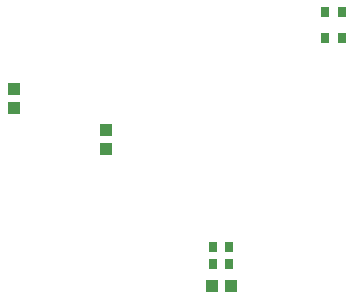
<source format=gbp>
G04 Layer_Color=128*
%FSLAX24Y24*%
%MOIN*%
G70*
G01*
G75*
%ADD14R,0.0413X0.0394*%
%ADD20R,0.0394X0.0413*%
%ADD22R,0.0315X0.0354*%
D14*
X52759Y13681D02*
D03*
X53389D02*
D03*
D20*
X49242Y18878D02*
D03*
Y18248D02*
D03*
X46181Y20256D02*
D03*
Y19626D02*
D03*
D22*
X53350Y14990D02*
D03*
X52799D02*
D03*
X53350Y14413D02*
D03*
X52799D02*
D03*
X56551Y22815D02*
D03*
X57102D02*
D03*
X56551Y21959D02*
D03*
X57102D02*
D03*
M02*

</source>
